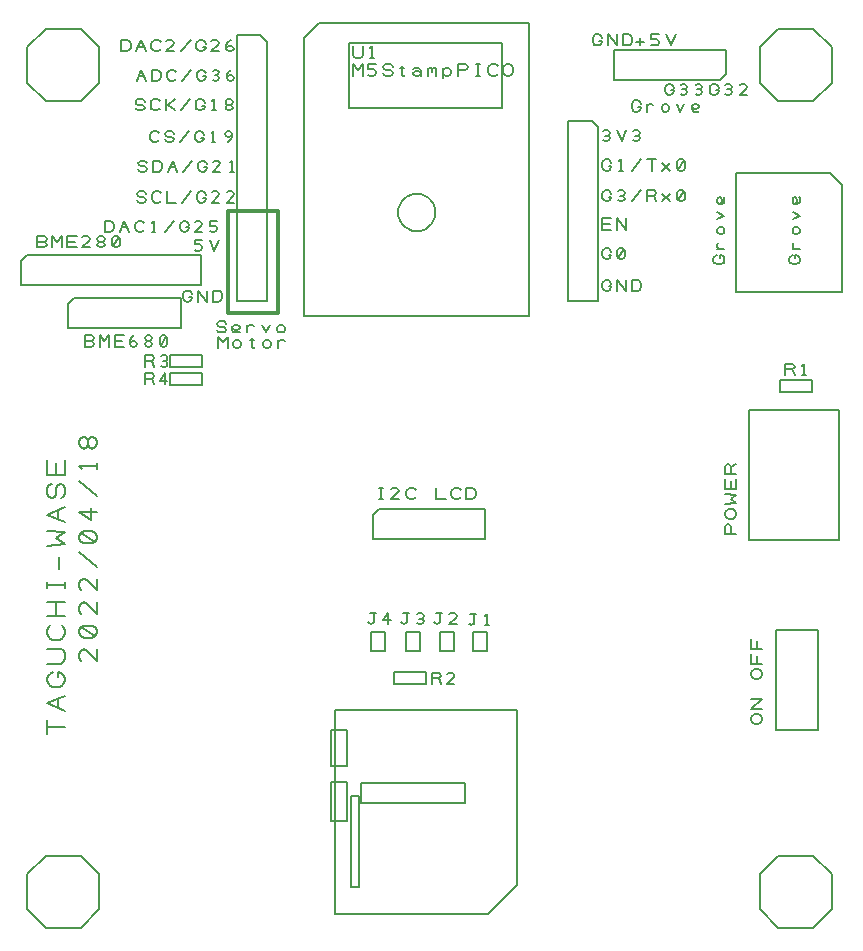
<source format=gbr>
G04 DesignSpark PCB Gerber Version 10.0 Build 5299*
%FSLAX35Y35*%
%MOMM*%
%ADD10C,0.12700*%
%ADD11C,0.30480*%
X0Y0D02*
D02*
D10*
X1039040Y6502240D02*
X2512240D01*
Y6248240D01*
X988240D01*
Y6451440D01*
X1039040Y6502240D01*
X1180800Y6616680D02*
X1196680Y6608740D01*
X1204620Y6592870D01*
X1196680Y6576990D01*
X1180800Y6569050D01*
X1125240D01*
Y6664300D01*
X1180800D01*
X1196680Y6656370D01*
X1204620Y6640490D01*
X1196680Y6624620D01*
X1180800Y6616680D01*
X1125240D01*
X1252240Y6569050D02*
Y6664300D01*
X1291930Y6616680D01*
X1331620Y6664300D01*
Y6569050D01*
X1379240D02*
Y6664300D01*
X1458620D01*
X1442740Y6616680D02*
X1379240D01*
Y6569050D02*
X1458620D01*
X1569740D02*
X1506240D01*
X1561800Y6624620D01*
X1569740Y6640490D01*
X1561800Y6656370D01*
X1545930Y6664300D01*
X1522120D01*
X1506240Y6656370D01*
X1657050Y6616680D02*
X1672930D01*
X1688800Y6624620D01*
X1696740Y6640490D01*
X1688800Y6656370D01*
X1672930Y6664300D01*
X1657050D01*
X1641180Y6656370D01*
X1633240Y6640490D01*
X1641180Y6624620D01*
X1657050Y6616680D01*
X1641180Y6608740D01*
X1633240Y6592870D01*
X1641180Y6576990D01*
X1657050Y6569050D01*
X1672930D01*
X1688800Y6576990D01*
X1696740Y6592870D01*
X1688800Y6608740D01*
X1672930Y6616680D01*
X1768180Y6576990D02*
X1784050Y6569050D01*
X1799930D01*
X1815800Y6576990D01*
X1823740Y6592870D01*
Y6640490D01*
X1815800Y6656370D01*
X1799930Y6664300D01*
X1784050D01*
X1768180Y6656370D01*
X1760240Y6640490D01*
Y6592870D01*
X1768180Y6576990D01*
X1815800Y6656370D01*
X1195240Y1420240D02*
X1040240Y1265240D01*
Y965240D01*
X1195240Y810240D01*
X1495240D01*
X1650240Y965240D01*
Y1265240D01*
X1495240Y1420240D01*
X1195240D01*
Y8420240D02*
X1040240Y8265240D01*
Y7965240D01*
X1195240Y7810240D01*
X1495240D01*
X1650240Y7965240D01*
Y8265240D01*
X1495240Y8420240D01*
X1195240D01*
X1357740Y2507740D02*
X1207740D01*
Y2445240D02*
Y2570240D01*
X1357740Y2645240D02*
X1207740Y2707740D01*
X1357740Y2770240D01*
X1295240Y2670240D02*
Y2745240D01*
Y2932740D02*
Y2970240D01*
X1307740D01*
X1332740Y2957740D01*
X1345240Y2945240D01*
X1357740Y2920240D01*
Y2895240D01*
X1345240Y2870240D01*
X1332740Y2857740D01*
X1307740Y2845240D01*
X1257740D01*
X1232740Y2857740D01*
X1220240Y2870240D01*
X1207740Y2895240D01*
Y2920240D01*
X1220240Y2945240D01*
X1232740Y2957740D01*
X1257740Y2970240D01*
X1207740Y3045240D02*
X1320240D01*
X1345240Y3057740D01*
X1357740Y3082740D01*
Y3132740D01*
X1345240Y3157740D01*
X1320240Y3170240D01*
X1207740D01*
X1332740Y3370240D02*
X1345240Y3357740D01*
X1357740Y3332740D01*
Y3295240D01*
X1345240Y3270240D01*
X1332740Y3257740D01*
X1307740Y3245240D01*
X1257740D01*
X1232740Y3257740D01*
X1220240Y3270240D01*
X1207740Y3295240D01*
Y3332740D01*
X1220240Y3357740D01*
X1232740Y3370240D01*
X1357740Y3445240D02*
X1207740D01*
X1282740D02*
Y3570240D01*
X1357740D02*
X1207740D01*
X1357740Y3682740D02*
Y3732740D01*
Y3707740D02*
X1207740D01*
Y3682740D02*
Y3732740D01*
X1307740Y3845240D02*
Y3945240D01*
X1207740Y4045240D02*
X1357740Y4057740D01*
X1282740Y4107740D01*
X1357740Y4157740D01*
X1207740Y4170240D01*
X1357740Y4245240D02*
X1207740Y4307740D01*
X1357740Y4370240D01*
X1295240Y4270240D02*
Y4345240D01*
X1320240Y4445240D02*
X1345240Y4457740D01*
X1357740Y4482740D01*
Y4532740D01*
X1345240Y4557740D01*
X1320240Y4570240D01*
X1295240Y4557740D01*
X1282740Y4532740D01*
Y4482740D01*
X1270240Y4457740D01*
X1245240Y4445240D01*
X1220240Y4457740D01*
X1207740Y4482740D01*
Y4532740D01*
X1220240Y4557740D01*
X1245240Y4570240D01*
X1357740Y4645240D02*
X1207740D01*
Y4770240D01*
X1282740Y4745240D02*
Y4645240D01*
X1357740D02*
Y4770240D01*
X1437620Y6142240D02*
X2336140D01*
Y5888240D01*
X1386820D01*
Y6091440D01*
X1437620Y6142240D01*
X1580800Y5776680D02*
X1596680Y5768740D01*
X1604620Y5752870D01*
X1596680Y5736990D01*
X1580800Y5729050D01*
X1525240D01*
Y5824300D01*
X1580800D01*
X1596680Y5816370D01*
X1604620Y5800490D01*
X1596680Y5784620D01*
X1580800Y5776680D01*
X1525240D01*
X1652240Y5729050D02*
Y5824300D01*
X1691930Y5776680D01*
X1731620Y5824300D01*
Y5729050D01*
X1779240D02*
Y5824300D01*
X1858620D01*
X1842740Y5776680D02*
X1779240D01*
Y5729050D02*
X1858620D01*
X1906240Y5752870D02*
X1914180Y5768740D01*
X1930050Y5776680D01*
X1945930D01*
X1961800Y5768740D01*
X1969740Y5752870D01*
X1961800Y5736990D01*
X1945930Y5729050D01*
X1930050D01*
X1914180Y5736990D01*
X1906240Y5752870D01*
Y5776680D01*
X1914180Y5800490D01*
X1930050Y5816370D01*
X1945930Y5824300D01*
X2057050Y5776680D02*
X2072930D01*
X2088800Y5784620D01*
X2096740Y5800490D01*
X2088800Y5816370D01*
X2072930Y5824300D01*
X2057050D01*
X2041180Y5816370D01*
X2033240Y5800490D01*
X2041180Y5784620D01*
X2057050Y5776680D01*
X2041180Y5768740D01*
X2033240Y5752870D01*
X2041180Y5736990D01*
X2057050Y5729050D01*
X2072930D01*
X2088800Y5736990D01*
X2096740Y5752870D01*
X2088800Y5768740D01*
X2072930Y5776680D01*
X2168180Y5736990D02*
X2184050Y5729050D01*
X2199930D01*
X2215800Y5736990D01*
X2223740Y5752870D01*
Y5800490D01*
X2215800Y5816370D01*
X2199930Y5824300D01*
X2184050D01*
X2168180Y5816370D01*
X2160240Y5800490D01*
Y5752870D01*
X2168180Y5736990D01*
X2215800Y5816370D01*
X1627740Y3165240D02*
Y3065240D01*
X1540240Y3152740D01*
X1515240Y3165240D01*
X1490240Y3152740D01*
X1477740Y3127740D01*
Y3090240D01*
X1490240Y3065240D01*
X1615240Y3277740D02*
X1627740Y3302740D01*
Y3327740D01*
X1615240Y3352740D01*
X1590240Y3365240D01*
X1515240D01*
X1490240Y3352740D01*
X1477740Y3327740D01*
Y3302740D01*
X1490240Y3277740D01*
X1515240Y3265240D01*
X1590240D01*
X1615240Y3277740D01*
X1490240Y3352740D01*
X1627740Y3565240D02*
Y3465240D01*
X1540240Y3552740D01*
X1515240Y3565240D01*
X1490240Y3552740D01*
X1477740Y3527740D01*
Y3490240D01*
X1490240Y3465240D01*
X1627740Y3765240D02*
Y3665240D01*
X1540240Y3752740D01*
X1515240Y3765240D01*
X1490240Y3752740D01*
X1477740Y3727740D01*
Y3690240D01*
X1490240Y3665240D01*
X1627740Y3865240D02*
X1477740Y3990240D01*
X1615240Y4077740D02*
X1627740Y4102740D01*
Y4127740D01*
X1615240Y4152740D01*
X1590240Y4165240D01*
X1515240D01*
X1490240Y4152740D01*
X1477740Y4127740D01*
Y4102740D01*
X1490240Y4077740D01*
X1515240Y4065240D01*
X1590240D01*
X1615240Y4077740D01*
X1490240Y4152740D01*
X1627740Y4327740D02*
X1477740D01*
X1577740Y4265240D01*
Y4365240D01*
X1627740Y4465240D02*
X1477740Y4590240D01*
X1627740Y4690240D02*
Y4740240D01*
Y4715240D02*
X1477740D01*
X1502740Y4690240D01*
X1552740Y4902740D02*
Y4927740D01*
X1540240Y4952740D01*
X1515240Y4965240D01*
X1490240Y4952740D01*
X1477740Y4927740D01*
Y4902740D01*
X1490240Y4877740D01*
X1515240Y4865240D01*
X1540240Y4877740D01*
X1552740Y4902740D01*
X1565240Y4877740D01*
X1590240Y4865240D01*
X1615240Y4877740D01*
X1627740Y4902740D01*
Y4927740D01*
X1615240Y4952740D01*
X1590240Y4965240D01*
X1565240Y4952740D01*
X1552740Y4927740D01*
X1695240Y6699050D02*
Y6794300D01*
X1742870D01*
X1758740Y6786370D01*
X1766680Y6778430D01*
X1774620Y6762550D01*
Y6730800D01*
X1766680Y6714930D01*
X1758740Y6706990D01*
X1742870Y6699050D01*
X1695240D01*
X1822240D02*
X1861930Y6794300D01*
X1901620Y6699050D01*
X1838120Y6738740D02*
X1885740D01*
X2028620Y6714930D02*
X2020680Y6706990D01*
X2004800Y6699050D01*
X1980990D01*
X1965120Y6706990D01*
X1957180Y6714930D01*
X1949240Y6730800D01*
Y6762550D01*
X1957180Y6778430D01*
X1965120Y6786370D01*
X1980990Y6794300D01*
X2004800D01*
X2020680Y6786370D01*
X2028620Y6778430D01*
X2092120Y6699050D02*
X2123870D01*
X2107990D02*
Y6794300D01*
X2092120Y6778430D01*
X2203240Y6699050D02*
X2282620Y6794300D01*
X2385800Y6738740D02*
X2409620D01*
Y6730800D01*
X2401680Y6714930D01*
X2393740Y6706990D01*
X2377870Y6699050D01*
X2361990D01*
X2346120Y6706990D01*
X2338180Y6714930D01*
X2330240Y6730800D01*
Y6762550D01*
X2338180Y6778430D01*
X2346120Y6786370D01*
X2361990Y6794300D01*
X2377870D01*
X2393740Y6786370D01*
X2401680Y6778430D01*
X2409620Y6762550D01*
X2520740Y6699050D02*
X2457240D01*
X2512800Y6754620D01*
X2520740Y6770490D01*
X2512800Y6786370D01*
X2496930Y6794300D01*
X2473120D01*
X2457240Y6786370D01*
X2584240Y6706990D02*
X2600120Y6699050D01*
X2623930D01*
X2639800Y6706990D01*
X2647740Y6722870D01*
Y6730800D01*
X2639800Y6746680D01*
X2623930Y6754620D01*
X2584240D01*
Y6794300D01*
X2647740D01*
X1835240Y8229050D02*
Y8324300D01*
X1882870D01*
X1898740Y8316370D01*
X1906680Y8308430D01*
X1914620Y8292550D01*
Y8260800D01*
X1906680Y8244930D01*
X1898740Y8236990D01*
X1882870Y8229050D01*
X1835240D01*
X1962240D02*
X2001930Y8324300D01*
X2041620Y8229050D01*
X1978120Y8268740D02*
X2025740D01*
X2168620Y8244930D02*
X2160680Y8236990D01*
X2144800Y8229050D01*
X2120990D01*
X2105120Y8236990D01*
X2097180Y8244930D01*
X2089240Y8260800D01*
Y8292550D01*
X2097180Y8308430D01*
X2105120Y8316370D01*
X2120990Y8324300D01*
X2144800D01*
X2160680Y8316370D01*
X2168620Y8308430D01*
X2279740Y8229050D02*
X2216240D01*
X2271800Y8284620D01*
X2279740Y8300490D01*
X2271800Y8316370D01*
X2255930Y8324300D01*
X2232120D01*
X2216240Y8316370D01*
X2343240Y8229050D02*
X2422620Y8324300D01*
X2525800Y8268740D02*
X2549620D01*
Y8260800D01*
X2541680Y8244930D01*
X2533740Y8236990D01*
X2517870Y8229050D01*
X2501990D01*
X2486120Y8236990D01*
X2478180Y8244930D01*
X2470240Y8260800D01*
Y8292550D01*
X2478180Y8308430D01*
X2486120Y8316370D01*
X2501990Y8324300D01*
X2517870D01*
X2533740Y8316370D01*
X2541680Y8308430D01*
X2549620Y8292550D01*
X2660740Y8229050D02*
X2597240D01*
X2652800Y8284620D01*
X2660740Y8300490D01*
X2652800Y8316370D01*
X2636930Y8324300D01*
X2613120D01*
X2597240Y8316370D01*
X2724240Y8252870D02*
X2732180Y8268740D01*
X2748050Y8276680D01*
X2763930D01*
X2779800Y8268740D01*
X2787740Y8252870D01*
X2779800Y8236990D01*
X2763930Y8229050D01*
X2748050D01*
X2732180Y8236990D01*
X2724240Y8252870D01*
Y8276680D01*
X2732180Y8300490D01*
X2748050Y8316370D01*
X2763930Y8324300D01*
X1955240Y7752870D02*
X1963180Y7736990D01*
X1979050Y7729050D01*
X2010800D01*
X2026680Y7736990D01*
X2034620Y7752870D01*
X2026680Y7768740D01*
X2010800Y7776680D01*
X1979050D01*
X1963180Y7784620D01*
X1955240Y7800490D01*
X1963180Y7816370D01*
X1979050Y7824300D01*
X2010800D01*
X2026680Y7816370D01*
X2034620Y7800490D01*
X2161620Y7744930D02*
X2153680Y7736990D01*
X2137800Y7729050D01*
X2113990D01*
X2098120Y7736990D01*
X2090180Y7744930D01*
X2082240Y7760800D01*
Y7792550D01*
X2090180Y7808430D01*
X2098120Y7816370D01*
X2113990Y7824300D01*
X2137800D01*
X2153680Y7816370D01*
X2161620Y7808430D01*
X2209240Y7729050D02*
Y7824300D01*
Y7776680D02*
X2233050D01*
X2288620Y7824300D01*
X2233050Y7776680D02*
X2288620Y7729050D01*
X2336240D02*
X2415620Y7824300D01*
X2518800Y7768740D02*
X2542620D01*
Y7760800D01*
X2534680Y7744930D01*
X2526740Y7736990D01*
X2510870Y7729050D01*
X2494990D01*
X2479120Y7736990D01*
X2471180Y7744930D01*
X2463240Y7760800D01*
Y7792550D01*
X2471180Y7808430D01*
X2479120Y7816370D01*
X2494990Y7824300D01*
X2510870D01*
X2526740Y7816370D01*
X2534680Y7808430D01*
X2542620Y7792550D01*
X2606120Y7729050D02*
X2637870D01*
X2621990D02*
Y7824300D01*
X2606120Y7808430D01*
X2741050Y7776680D02*
X2756930D01*
X2772800Y7784620D01*
X2780740Y7800490D01*
X2772800Y7816370D01*
X2756930Y7824300D01*
X2741050D01*
X2725180Y7816370D01*
X2717240Y7800490D01*
X2725180Y7784620D01*
X2741050Y7776680D01*
X2725180Y7768740D01*
X2717240Y7752870D01*
X2725180Y7736990D01*
X2741050Y7729050D01*
X2756930D01*
X2772800Y7736990D01*
X2780740Y7752870D01*
X2772800Y7768740D01*
X2756930Y7776680D01*
X1965240Y6972870D02*
X1973180Y6956990D01*
X1989050Y6949050D01*
X2020800D01*
X2036680Y6956990D01*
X2044620Y6972870D01*
X2036680Y6988740D01*
X2020800Y6996680D01*
X1989050D01*
X1973180Y7004620D01*
X1965240Y7020490D01*
X1973180Y7036370D01*
X1989050Y7044300D01*
X2020800D01*
X2036680Y7036370D01*
X2044620Y7020490D01*
X2171620Y6964930D02*
X2163680Y6956990D01*
X2147800Y6949050D01*
X2123990D01*
X2108120Y6956990D01*
X2100180Y6964930D01*
X2092240Y6980800D01*
Y7012550D01*
X2100180Y7028430D01*
X2108120Y7036370D01*
X2123990Y7044300D01*
X2147800D01*
X2163680Y7036370D01*
X2171620Y7028430D01*
X2219240Y7044300D02*
Y6949050D01*
X2298620D01*
X2346240D02*
X2425620Y7044300D01*
X2528800Y6988740D02*
X2552620D01*
Y6980800D01*
X2544680Y6964930D01*
X2536740Y6956990D01*
X2520870Y6949050D01*
X2504990D01*
X2489120Y6956990D01*
X2481180Y6964930D01*
X2473240Y6980800D01*
Y7012550D01*
X2481180Y7028430D01*
X2489120Y7036370D01*
X2504990Y7044300D01*
X2520870D01*
X2536740Y7036370D01*
X2544680Y7028430D01*
X2552620Y7012550D01*
X2663740Y6949050D02*
X2600240D01*
X2655800Y7004620D01*
X2663740Y7020490D01*
X2655800Y7036370D01*
X2639930Y7044300D01*
X2616120D01*
X2600240Y7036370D01*
X2790740Y6949050D02*
X2727240D01*
X2782800Y7004620D01*
X2790740Y7020490D01*
X2782800Y7036370D01*
X2766930Y7044300D01*
X2743120D01*
X2727240Y7036370D01*
X1965240Y7979050D02*
X2004930Y8074300D01*
X2044620Y7979050D01*
X1981120Y8018740D02*
X2028740D01*
X2092240Y7979050D02*
Y8074300D01*
X2139870D01*
X2155740Y8066370D01*
X2163680Y8058430D01*
X2171620Y8042550D01*
Y8010800D01*
X2163680Y7994930D01*
X2155740Y7986990D01*
X2139870Y7979050D01*
X2092240D01*
X2298620Y7994930D02*
X2290680Y7986990D01*
X2274800Y7979050D01*
X2250990D01*
X2235120Y7986990D01*
X2227180Y7994930D01*
X2219240Y8010800D01*
Y8042550D01*
X2227180Y8058430D01*
X2235120Y8066370D01*
X2250990Y8074300D01*
X2274800D01*
X2290680Y8066370D01*
X2298620Y8058430D01*
X2346240Y7979050D02*
X2425620Y8074300D01*
X2528800Y8018740D02*
X2552620D01*
Y8010800D01*
X2544680Y7994930D01*
X2536740Y7986990D01*
X2520870Y7979050D01*
X2504990D01*
X2489120Y7986990D01*
X2481180Y7994930D01*
X2473240Y8010800D01*
Y8042550D01*
X2481180Y8058430D01*
X2489120Y8066370D01*
X2504990Y8074300D01*
X2520870D01*
X2536740Y8066370D01*
X2544680Y8058430D01*
X2552620Y8042550D01*
X2608180Y7986990D02*
X2624050Y7979050D01*
X2639930D01*
X2655800Y7986990D01*
X2663740Y8002870D01*
X2655800Y8018740D01*
X2639930Y8026680D01*
X2624050D01*
X2639930D02*
X2655800Y8034620D01*
X2663740Y8050490D01*
X2655800Y8066370D01*
X2639930Y8074300D01*
X2624050D01*
X2608180Y8066370D01*
X2727240Y8002870D02*
X2735180Y8018740D01*
X2751050Y8026680D01*
X2766930D01*
X2782800Y8018740D01*
X2790740Y8002870D01*
X2782800Y7986990D01*
X2766930Y7979050D01*
X2751050D01*
X2735180Y7986990D01*
X2727240Y8002870D01*
Y8026680D01*
X2735180Y8050490D01*
X2751050Y8066370D01*
X2766930Y8074300D01*
X1975240Y7232870D02*
X1983180Y7216990D01*
X1999050Y7209050D01*
X2030800D01*
X2046680Y7216990D01*
X2054620Y7232870D01*
X2046680Y7248740D01*
X2030800Y7256680D01*
X1999050D01*
X1983180Y7264620D01*
X1975240Y7280490D01*
X1983180Y7296370D01*
X1999050Y7304300D01*
X2030800D01*
X2046680Y7296370D01*
X2054620Y7280490D01*
X2102240Y7209050D02*
Y7304300D01*
X2149870D01*
X2165740Y7296370D01*
X2173680Y7288430D01*
X2181620Y7272550D01*
Y7240800D01*
X2173680Y7224930D01*
X2165740Y7216990D01*
X2149870Y7209050D01*
X2102240D01*
X2229240D02*
X2268930Y7304300D01*
X2308620Y7209050D01*
X2245120Y7248740D02*
X2292740D01*
X2356240Y7209050D02*
X2435620Y7304300D01*
X2538800Y7248740D02*
X2562620D01*
Y7240800D01*
X2554680Y7224930D01*
X2546740Y7216990D01*
X2530870Y7209050D01*
X2514990D01*
X2499120Y7216990D01*
X2491180Y7224930D01*
X2483240Y7240800D01*
Y7272550D01*
X2491180Y7288430D01*
X2499120Y7296370D01*
X2514990Y7304300D01*
X2530870D01*
X2546740Y7296370D01*
X2554680Y7288430D01*
X2562620Y7272550D01*
X2673740Y7209050D02*
X2610240D01*
X2665800Y7264620D01*
X2673740Y7280490D01*
X2665800Y7296370D01*
X2649930Y7304300D01*
X2626120D01*
X2610240Y7296370D01*
X2753120Y7209050D02*
X2784870D01*
X2768990D02*
Y7304300D01*
X2753120Y7288430D01*
X2035240Y5409050D02*
Y5504300D01*
X2090800D01*
X2106680Y5496370D01*
X2114620Y5480490D01*
X2106680Y5464620D01*
X2090800Y5456680D01*
X2035240D01*
X2090800D02*
X2114620Y5409050D01*
X2201930D02*
Y5504300D01*
X2162240Y5440800D01*
X2225740D01*
X2035240Y5559050D02*
Y5654300D01*
X2090800D01*
X2106680Y5646370D01*
X2114620Y5630490D01*
X2106680Y5614620D01*
X2090800Y5606680D01*
X2035240D01*
X2090800D02*
X2114620Y5559050D01*
X2170180Y5566990D02*
X2186050Y5559050D01*
X2201930D01*
X2217800Y5566990D01*
X2225740Y5582870D01*
X2217800Y5598740D01*
X2201930Y5606680D01*
X2186050D01*
X2201930D02*
X2217800Y5614620D01*
X2225740Y5630490D01*
X2217800Y5646370D01*
X2201930Y5654300D01*
X2186050D01*
X2170180Y5646370D01*
X2154620Y7474930D02*
X2146680Y7466990D01*
X2130800Y7459050D01*
X2106990D01*
X2091120Y7466990D01*
X2083180Y7474930D01*
X2075240Y7490800D01*
Y7522550D01*
X2083180Y7538430D01*
X2091120Y7546370D01*
X2106990Y7554300D01*
X2130800D01*
X2146680Y7546370D01*
X2154620Y7538430D01*
X2202240Y7482870D02*
X2210180Y7466990D01*
X2226050Y7459050D01*
X2257800D01*
X2273680Y7466990D01*
X2281620Y7482870D01*
X2273680Y7498740D01*
X2257800Y7506680D01*
X2226050D01*
X2210180Y7514620D01*
X2202240Y7530490D01*
X2210180Y7546370D01*
X2226050Y7554300D01*
X2257800D01*
X2273680Y7546370D01*
X2281620Y7530490D01*
X2329240Y7459050D02*
X2408620Y7554300D01*
X2511800Y7498740D02*
X2535620D01*
Y7490800D01*
X2527680Y7474930D01*
X2519740Y7466990D01*
X2503870Y7459050D01*
X2487990D01*
X2472120Y7466990D01*
X2464180Y7474930D01*
X2456240Y7490800D01*
Y7522550D01*
X2464180Y7538430D01*
X2472120Y7546370D01*
X2487990Y7554300D01*
X2503870D01*
X2519740Y7546370D01*
X2527680Y7538430D01*
X2535620Y7522550D01*
X2599120Y7459050D02*
X2630870D01*
X2614990D02*
Y7554300D01*
X2599120Y7538430D01*
X2734050Y7459050D02*
X2749930Y7466990D01*
X2765800Y7482870D01*
X2773740Y7506680D01*
Y7530490D01*
X2765800Y7546370D01*
X2749930Y7554300D01*
X2734050D01*
X2718180Y7546370D01*
X2710240Y7530490D01*
X2718180Y7514620D01*
X2734050Y7506680D01*
X2749930D01*
X2765800Y7514620D01*
X2773740Y7530490D01*
X2410800Y6148740D02*
X2434620D01*
Y6140800D01*
X2426680Y6124930D01*
X2418740Y6116990D01*
X2402870Y6109050D01*
X2386990D01*
X2371120Y6116990D01*
X2363180Y6124930D01*
X2355240Y6140800D01*
Y6172550D01*
X2363180Y6188430D01*
X2371120Y6196370D01*
X2386990Y6204300D01*
X2402870D01*
X2418740Y6196370D01*
X2426680Y6188430D01*
X2434620Y6172550D01*
X2482240Y6109050D02*
Y6204300D01*
X2561620Y6109050D01*
Y6204300D01*
X2609240Y6109050D02*
Y6204300D01*
X2656870D01*
X2672740Y6196370D01*
X2680680Y6188430D01*
X2688620Y6172550D01*
Y6140800D01*
X2680680Y6124930D01*
X2672740Y6116990D01*
X2656870Y6109050D01*
X2609240D01*
X2455240Y6546990D02*
X2471120Y6539050D01*
X2494930D01*
X2510800Y6546990D01*
X2518740Y6562870D01*
Y6570800D01*
X2510800Y6586680D01*
X2494930Y6594620D01*
X2455240D01*
Y6634300D01*
X2518740D01*
X2582240D02*
X2621930Y6539050D01*
X2661620Y6634300D01*
X2516040Y5506040D02*
X2249340D01*
Y5404440D01*
X2516040D01*
Y5506040D01*
Y5656040D02*
X2249340D01*
Y5554440D01*
X2516040D01*
Y5656040D01*
X2645240Y5872870D02*
X2653180Y5856990D01*
X2669050Y5849050D01*
X2700800D01*
X2716680Y5856990D01*
X2724620Y5872870D01*
X2716680Y5888740D01*
X2700800Y5896680D01*
X2669050D01*
X2653180Y5904620D01*
X2645240Y5920490D01*
X2653180Y5936370D01*
X2669050Y5944300D01*
X2700800D01*
X2716680Y5936370D01*
X2724620Y5920490D01*
X2835740Y5856990D02*
X2827800Y5849050D01*
X2811930D01*
X2796050D01*
X2780180Y5856990D01*
X2772240Y5872870D01*
Y5896680D01*
X2780180Y5904620D01*
X2796050Y5912550D01*
X2811930D01*
X2827800Y5904620D01*
X2835740Y5896680D01*
Y5888740D01*
X2827800Y5880800D01*
X2811930Y5872870D01*
X2796050D01*
X2780180Y5880800D01*
X2772240Y5888740D01*
X2899240Y5849050D02*
Y5912550D01*
Y5888740D02*
X2907180Y5904620D01*
X2923050Y5912550D01*
X2938930D01*
X2954800Y5904620D01*
X3026240Y5912550D02*
X3057990Y5849050D01*
X3089740Y5912550D01*
X3153240Y5872870D02*
X3161180Y5856990D01*
X3177050Y5849050D01*
X3192930D01*
X3208800Y5856990D01*
X3216740Y5872870D01*
Y5888740D01*
X3208800Y5904620D01*
X3192930Y5912550D01*
X3177050D01*
X3161180Y5904620D01*
X3153240Y5888740D01*
Y5872870D01*
X2655240Y5719050D02*
Y5814300D01*
X2694930Y5766680D01*
X2734620Y5814300D01*
Y5719050D01*
X2782240Y5742870D02*
X2790180Y5726990D01*
X2806050Y5719050D01*
X2821930D01*
X2837800Y5726990D01*
X2845740Y5742870D01*
Y5758740D01*
X2837800Y5774620D01*
X2821930Y5782550D01*
X2806050D01*
X2790180Y5774620D01*
X2782240Y5758740D01*
Y5742870D01*
X2922470Y5782550D02*
X2959510D01*
X2940990Y5798430D02*
Y5726990D01*
X2948930Y5719050D01*
X2956870D01*
X2964800Y5726990D01*
X3036240Y5742870D02*
X3044180Y5726990D01*
X3060050Y5719050D01*
X3075930D01*
X3091800Y5726990D01*
X3099740Y5742870D01*
Y5758740D01*
X3091800Y5774620D01*
X3075930Y5782550D01*
X3060050D01*
X3044180Y5774620D01*
X3036240Y5758740D01*
Y5742870D01*
X3163240Y5719050D02*
Y5782550D01*
Y5758740D02*
X3171180Y5774620D01*
X3187050Y5782550D01*
X3202930D01*
X3218800Y5774620D01*
X3072240Y8306990D02*
Y6116240D01*
X2818240D01*
Y8370490D01*
X3008740D01*
X3072240Y8306990D01*
X3745240Y2045240D02*
Y1710240D01*
X3610240D01*
Y2045240D01*
X3745240D01*
Y2480240D02*
Y2180240D01*
X3610240D01*
Y2480240D01*
X3745240D01*
X3799240Y8272300D02*
Y8200870D01*
X3807180Y8184990D01*
X3823050Y8177050D01*
X3854800D01*
X3870680Y8184990D01*
X3878620Y8200870D01*
Y8272300D01*
X3942120Y8177050D02*
X3973870D01*
X3957990D02*
Y8272300D01*
X3942120Y8256430D01*
X3799240Y8024650D02*
Y8119900D01*
X3838930Y8072280D01*
X3878620Y8119900D01*
Y8024650D01*
X3926240Y8032590D02*
X3942120Y8024650D01*
X3965930D01*
X3981800Y8032590D01*
X3989740Y8048470D01*
Y8056400D01*
X3981800Y8072280D01*
X3965930Y8080220D01*
X3926240D01*
Y8119900D01*
X3989740D01*
X4053240Y8048470D02*
X4061180Y8032590D01*
X4077050Y8024650D01*
X4108800D01*
X4124680Y8032590D01*
X4132620Y8048470D01*
X4124680Y8064340D01*
X4108800Y8072280D01*
X4077050D01*
X4061180Y8080220D01*
X4053240Y8096090D01*
X4061180Y8111970D01*
X4077050Y8119900D01*
X4108800D01*
X4124680Y8111970D01*
X4132620Y8096090D01*
X4193470Y8088150D02*
X4230510D01*
X4211990Y8104030D02*
Y8032590D01*
X4219930Y8024650D01*
X4227870D01*
X4235800Y8032590D01*
X4307240Y8080220D02*
X4323120Y8088150D01*
X4346930D01*
X4362800Y8080220D01*
X4370740Y8064340D01*
Y8040530D01*
X4362800Y8032590D01*
X4346930Y8024650D01*
X4331050D01*
X4315180Y8032590D01*
X4307240Y8040530D01*
Y8048470D01*
X4315180Y8056400D01*
X4331050Y8064340D01*
X4346930D01*
X4362800Y8056400D01*
X4370740Y8048470D01*
Y8040530D02*
Y8024650D01*
X4434240D02*
Y8088150D01*
Y8080220D02*
X4442180Y8088150D01*
X4458050D01*
X4465990Y8080220D01*
Y8056400D01*
Y8080220D02*
X4473930Y8088150D01*
X4489800D01*
X4497740Y8080220D01*
Y8024650D01*
X4561240Y8088150D02*
Y8000840D01*
Y8048470D02*
X4569180Y8032590D01*
X4585050Y8024650D01*
X4600930D01*
X4616800Y8032590D01*
X4624740Y8048470D01*
Y8064340D01*
X4616800Y8080220D01*
X4600930Y8088150D01*
X4585050D01*
X4569180Y8080220D01*
X4561240Y8064340D01*
Y8048470D01*
X4688240Y8024650D02*
Y8119900D01*
X4743800D01*
X4759680Y8111970D01*
X4767620Y8096090D01*
X4759680Y8080220D01*
X4743800Y8072280D01*
X4688240D01*
X4839050Y8024650D02*
X4870800D01*
X4854930D02*
Y8119900D01*
X4839050D02*
X4870800D01*
X5021620Y8040530D02*
X5013680Y8032590D01*
X4997800Y8024650D01*
X4973990D01*
X4958120Y8032590D01*
X4950180Y8040530D01*
X4942240Y8056400D01*
Y8088150D01*
X4950180Y8104030D01*
X4958120Y8111970D01*
X4973990Y8119900D01*
X4997800D01*
X5013680Y8111970D01*
X5021620Y8104030D01*
X5069240Y8056400D02*
Y8088150D01*
X5077180Y8104030D01*
X5085120Y8111970D01*
X5100990Y8119900D01*
X5116870D01*
X5132740Y8111970D01*
X5140680Y8104030D01*
X5148620Y8088150D01*
Y8056400D01*
X5140680Y8040530D01*
X5132740Y8032590D01*
X5116870Y8024650D01*
X5100990D01*
X5085120Y8032590D01*
X5077180Y8040530D01*
X5069240Y8056400D01*
X3850240Y1925240D02*
Y1150240D01*
X3780240D01*
Y1925240D01*
X3850240D01*
X3925240Y3394930D02*
X3933180Y3386990D01*
X3949050Y3379050D01*
X3964930Y3386990D01*
X3972870Y3394930D01*
Y3474300D01*
X3988740D01*
X3972870D02*
X3941120D01*
X4091930Y3379050D02*
Y3474300D01*
X4052240Y3410800D01*
X4115740D01*
X4019050Y4439050D02*
X4050800D01*
X4034930D02*
Y4534300D01*
X4019050D02*
X4050800D01*
X4185740Y4439050D02*
X4122240D01*
X4177800Y4494620D01*
X4185740Y4510490D01*
X4177800Y4526370D01*
X4161930Y4534300D01*
X4138120D01*
X4122240Y4526370D01*
X4328620Y4454930D02*
X4320680Y4446990D01*
X4304800Y4439050D01*
X4280990D01*
X4265120Y4446990D01*
X4257180Y4454930D01*
X4249240Y4470800D01*
Y4502550D01*
X4257180Y4518430D01*
X4265120Y4526370D01*
X4280990Y4534300D01*
X4304800D01*
X4320680Y4526370D01*
X4328620Y4518430D01*
X4503240Y4534300D02*
Y4439050D01*
X4582620D01*
X4709620Y4454930D02*
X4701680Y4446990D01*
X4685800Y4439050D01*
X4661990D01*
X4646120Y4446990D01*
X4638180Y4454930D01*
X4630240Y4470800D01*
Y4502550D01*
X4638180Y4518430D01*
X4646120Y4526370D01*
X4661990Y4534300D01*
X4685800D01*
X4701680Y4526370D01*
X4709620Y4518430D01*
X4757240Y4439050D02*
Y4534300D01*
X4804870D01*
X4820740Y4526370D01*
X4828680Y4518430D01*
X4836620Y4502550D01*
Y4470800D01*
X4828680Y4454930D01*
X4820740Y4446990D01*
X4804870Y4439050D01*
X4757240D01*
X4017620Y4352240D02*
X4916140D01*
Y4098240D01*
X3966820D01*
Y4301440D01*
X4017620Y4352240D01*
X4065240Y3150240D02*
Y3315240D01*
X3945240D01*
Y3150240D01*
X4065240D01*
X4144440Y2874440D02*
X4411140D01*
Y2976040D01*
X4144440D01*
Y2874440D01*
X4205240Y3394930D02*
X4213180Y3386990D01*
X4229050Y3379050D01*
X4244930Y3386990D01*
X4252870Y3394930D01*
Y3474300D01*
X4268740D01*
X4252870D02*
X4221120D01*
X4340180Y3386990D02*
X4356050Y3379050D01*
X4371930D01*
X4387800Y3386990D01*
X4395740Y3402870D01*
X4387800Y3418740D01*
X4371930Y3426680D01*
X4356050D01*
X4371930D02*
X4387800Y3434620D01*
X4395740Y3450490D01*
X4387800Y3466370D01*
X4371930Y3474300D01*
X4356050D01*
X4340180Y3466370D01*
X4210240Y6960790D02*
G75*
G03*
X4464240Y6770290I127000J-95250D01*
G01*
G75*
G03*
X4210240Y6960790I-127000J95250D01*
G01*
X4365240Y3150240D02*
Y3315240D01*
X4245240D01*
Y3150240D01*
X4365240D01*
X4465240Y2872850D02*
Y2968100D01*
X4520800D01*
X4536680Y2960170D01*
X4544620Y2944290D01*
X4536680Y2928420D01*
X4520800Y2920480D01*
X4465240D01*
X4520800D02*
X4544620Y2872850D01*
X4655740D02*
X4592240D01*
X4647800Y2928420D01*
X4655740Y2944290D01*
X4647800Y2960170D01*
X4631930Y2968100D01*
X4608120D01*
X4592240Y2960170D01*
X4485240Y3394930D02*
X4493180Y3386990D01*
X4509050Y3379050D01*
X4524930Y3386990D01*
X4532870Y3394930D01*
Y3474300D01*
X4548740D01*
X4532870D02*
X4501120D01*
X4675740Y3379050D02*
X4612240D01*
X4667800Y3434620D01*
X4675740Y3450490D01*
X4667800Y3466370D01*
X4651930Y3474300D01*
X4628120D01*
X4612240Y3466370D01*
X4655240Y3150240D02*
Y3315240D01*
X4535240D01*
Y3150240D01*
X4655240D01*
X4745240Y2035240D02*
Y1865240D01*
X3860240D01*
Y2035240D01*
X4745240D01*
X4775240Y3384930D02*
X4783180Y3376990D01*
X4799050Y3369050D01*
X4814930Y3376990D01*
X4822870Y3384930D01*
Y3464300D01*
X4838740D01*
X4822870D02*
X4791120D01*
X4918120Y3369050D02*
X4949870D01*
X4933990D02*
Y3464300D01*
X4918120Y3448430D01*
X4935240Y3150240D02*
Y3315240D01*
X4815240D01*
Y3150240D01*
X4935240D01*
X5059240Y8303240D02*
Y7753240D01*
X3759240D01*
Y8303240D01*
X5059240D01*
X5185240Y2650240D02*
Y1170240D01*
X4940240Y925240D01*
X3640240D01*
Y2650240D01*
X5185240D01*
X5289740Y8465740D02*
Y5989240D01*
X3384740D01*
Y8338740D01*
X3511740Y8465740D01*
X5289740D01*
X5880800Y8318740D02*
X5904620D01*
Y8310800D01*
X5896680Y8294930D01*
X5888740Y8286990D01*
X5872870Y8279050D01*
X5856990D01*
X5841120Y8286990D01*
X5833180Y8294930D01*
X5825240Y8310800D01*
Y8342550D01*
X5833180Y8358430D01*
X5841120Y8366370D01*
X5856990Y8374300D01*
X5872870D01*
X5888740Y8366370D01*
X5896680Y8358430D01*
X5904620Y8342550D01*
X5952240Y8279050D02*
Y8374300D01*
X6031620Y8279050D01*
Y8374300D01*
X6079240Y8279050D02*
Y8374300D01*
X6126870D01*
X6142740Y8366370D01*
X6150680Y8358430D01*
X6158620Y8342550D01*
Y8310800D01*
X6150680Y8294930D01*
X6142740Y8286990D01*
X6126870Y8279050D01*
X6079240D01*
X5872240Y7591440D02*
Y6118240D01*
X5618240D01*
Y7642240D01*
X5821440D01*
X5872240Y7591440D01*
X5960800Y6238740D02*
X5984620D01*
Y6230800D01*
X5976680Y6214930D01*
X5968740Y6206990D01*
X5952870Y6199050D01*
X5936990D01*
X5921120Y6206990D01*
X5913180Y6214930D01*
X5905240Y6230800D01*
Y6262550D01*
X5913180Y6278430D01*
X5921120Y6286370D01*
X5936990Y6294300D01*
X5952870D01*
X5968740Y6286370D01*
X5976680Y6278430D01*
X5984620Y6262550D01*
X6032240Y6199050D02*
Y6294300D01*
X6111620Y6199050D01*
Y6294300D01*
X6159240Y6199050D02*
Y6294300D01*
X6206870D01*
X6222740Y6286370D01*
X6230680Y6278430D01*
X6238620Y6262550D01*
Y6230800D01*
X6230680Y6214930D01*
X6222740Y6206990D01*
X6206870Y6199050D01*
X6159240D01*
X5960800Y6508740D02*
X5984620D01*
Y6500800D01*
X5976680Y6484930D01*
X5968740Y6476990D01*
X5952870Y6469050D01*
X5936990D01*
X5921120Y6476990D01*
X5913180Y6484930D01*
X5905240Y6500800D01*
Y6532550D01*
X5913180Y6548430D01*
X5921120Y6556370D01*
X5936990Y6564300D01*
X5952870D01*
X5968740Y6556370D01*
X5976680Y6548430D01*
X5984620Y6532550D01*
X6040180Y6476990D02*
X6056050Y6469050D01*
X6071930D01*
X6087800Y6476990D01*
X6095740Y6492870D01*
Y6540490D01*
X6087800Y6556370D01*
X6071930Y6564300D01*
X6056050D01*
X6040180Y6556370D01*
X6032240Y6540490D01*
Y6492870D01*
X6040180Y6476990D01*
X6087800Y6556370D01*
X5905240Y6719050D02*
Y6814300D01*
X5984620D01*
X5968740Y6766680D02*
X5905240D01*
Y6719050D02*
X5984620D01*
X6032240D02*
Y6814300D01*
X6111620Y6719050D01*
Y6814300D01*
X5960800Y6998740D02*
X5984620D01*
Y6990800D01*
X5976680Y6974930D01*
X5968740Y6966990D01*
X5952870Y6959050D01*
X5936990D01*
X5921120Y6966990D01*
X5913180Y6974930D01*
X5905240Y6990800D01*
Y7022550D01*
X5913180Y7038430D01*
X5921120Y7046370D01*
X5936990Y7054300D01*
X5952870D01*
X5968740Y7046370D01*
X5976680Y7038430D01*
X5984620Y7022550D01*
X6040180Y6966990D02*
X6056050Y6959050D01*
X6071930D01*
X6087800Y6966990D01*
X6095740Y6982870D01*
X6087800Y6998740D01*
X6071930Y7006680D01*
X6056050D01*
X6071930D02*
X6087800Y7014620D01*
X6095740Y7030490D01*
X6087800Y7046370D01*
X6071930Y7054300D01*
X6056050D01*
X6040180Y7046370D01*
X6159240Y6959050D02*
X6238620Y7054300D01*
X6286240Y6959050D02*
Y7054300D01*
X6341800D01*
X6357680Y7046370D01*
X6365620Y7030490D01*
X6357680Y7014620D01*
X6341800Y7006680D01*
X6286240D01*
X6341800D02*
X6365620Y6959050D01*
X6413240D02*
X6476740Y7022550D01*
Y6959050D02*
X6413240Y7022550D01*
X6548180Y6966990D02*
X6564050Y6959050D01*
X6579930D01*
X6595800Y6966990D01*
X6603740Y6982870D01*
Y7030490D01*
X6595800Y7046370D01*
X6579930Y7054300D01*
X6564050D01*
X6548180Y7046370D01*
X6540240Y7030490D01*
Y6982870D01*
X6548180Y6966990D01*
X6595800Y7046370D01*
X5960800Y7258740D02*
X5984620D01*
Y7250800D01*
X5976680Y7234930D01*
X5968740Y7226990D01*
X5952870Y7219050D01*
X5936990D01*
X5921120Y7226990D01*
X5913180Y7234930D01*
X5905240Y7250800D01*
Y7282550D01*
X5913180Y7298430D01*
X5921120Y7306370D01*
X5936990Y7314300D01*
X5952870D01*
X5968740Y7306370D01*
X5976680Y7298430D01*
X5984620Y7282550D01*
X6048120Y7219050D02*
X6079870D01*
X6063990D02*
Y7314300D01*
X6048120Y7298430D01*
X6159240Y7219050D02*
X6238620Y7314300D01*
X6325930Y7219050D02*
Y7314300D01*
X6286240D02*
X6365620D01*
X6413240Y7219050D02*
X6476740Y7282550D01*
Y7219050D02*
X6413240Y7282550D01*
X6548180Y7226990D02*
X6564050Y7219050D01*
X6579930D01*
X6595800Y7226990D01*
X6603740Y7242870D01*
Y7290490D01*
X6595800Y7306370D01*
X6579930Y7314300D01*
X6564050D01*
X6548180Y7306370D01*
X6540240Y7290490D01*
Y7242870D01*
X6548180Y7226990D01*
X6595800Y7306370D01*
X5913180Y7476990D02*
X5929050Y7469050D01*
X5944930D01*
X5960800Y7476990D01*
X5968740Y7492870D01*
X5960800Y7508740D01*
X5944930Y7516680D01*
X5929050D01*
X5944930D02*
X5960800Y7524620D01*
X5968740Y7540490D01*
X5960800Y7556370D01*
X5944930Y7564300D01*
X5929050D01*
X5913180Y7556370D01*
X6032240Y7564300D02*
X6071930Y7469050D01*
X6111620Y7564300D01*
X6167180Y7476990D02*
X6183050Y7469050D01*
X6198930D01*
X6214800Y7476990D01*
X6222740Y7492870D01*
X6214800Y7508740D01*
X6198930Y7516680D01*
X6183050D01*
X6198930D02*
X6214800Y7524620D01*
X6222740Y7540490D01*
X6214800Y7556370D01*
X6198930Y7564300D01*
X6183050D01*
X6167180Y7556370D01*
X6210800Y7758740D02*
X6234620D01*
Y7750800D01*
X6226680Y7734930D01*
X6218740Y7726990D01*
X6202870Y7719050D01*
X6186990D01*
X6171120Y7726990D01*
X6163180Y7734930D01*
X6155240Y7750800D01*
Y7782550D01*
X6163180Y7798430D01*
X6171120Y7806370D01*
X6186990Y7814300D01*
X6202870D01*
X6218740Y7806370D01*
X6226680Y7798430D01*
X6234620Y7782550D01*
X6282240Y7719050D02*
Y7782550D01*
Y7758740D02*
X6290180Y7774620D01*
X6306050Y7782550D01*
X6321930D01*
X6337800Y7774620D01*
X6409240Y7742870D02*
X6417180Y7726990D01*
X6433050Y7719050D01*
X6448930D01*
X6464800Y7726990D01*
X6472740Y7742870D01*
Y7758740D01*
X6464800Y7774620D01*
X6448930Y7782550D01*
X6433050D01*
X6417180Y7774620D01*
X6409240Y7758740D01*
Y7742870D01*
X6536240Y7782550D02*
X6567990Y7719050D01*
X6599740Y7782550D01*
X6726740Y7726990D02*
X6718800Y7719050D01*
X6702930D01*
X6687050D01*
X6671180Y7726990D01*
X6663240Y7742870D01*
Y7766680D01*
X6671180Y7774620D01*
X6687050Y7782550D01*
X6702930D01*
X6718800Y7774620D01*
X6726740Y7766680D01*
Y7758740D01*
X6718800Y7750800D01*
X6702930Y7742870D01*
X6687050D01*
X6671180Y7750800D01*
X6663240Y7758740D01*
X6195240Y8310800D02*
X6258740D01*
X6226990Y8279050D02*
Y8342550D01*
X6322240Y8286990D02*
X6338120Y8279050D01*
X6361930D01*
X6377800Y8286990D01*
X6385740Y8302870D01*
Y8310800D01*
X6377800Y8326680D01*
X6361930Y8334620D01*
X6322240D01*
Y8374300D01*
X6385740D01*
X6449240D02*
X6488930Y8279050D01*
X6528620Y8374300D01*
X6490800Y7898740D02*
X6514620D01*
Y7890800D01*
X6506680Y7874930D01*
X6498740Y7866990D01*
X6482870Y7859050D01*
X6466990D01*
X6451120Y7866990D01*
X6443180Y7874930D01*
X6435240Y7890800D01*
Y7922550D01*
X6443180Y7938430D01*
X6451120Y7946370D01*
X6466990Y7954300D01*
X6482870D01*
X6498740Y7946370D01*
X6506680Y7938430D01*
X6514620Y7922550D01*
X6570180Y7866990D02*
X6586050Y7859050D01*
X6601930D01*
X6617800Y7866990D01*
X6625740Y7882870D01*
X6617800Y7898740D01*
X6601930Y7906680D01*
X6586050D01*
X6601930D02*
X6617800Y7914620D01*
X6625740Y7930490D01*
X6617800Y7946370D01*
X6601930Y7954300D01*
X6586050D01*
X6570180Y7946370D01*
X6697180Y7866990D02*
X6713050Y7859050D01*
X6728930D01*
X6744800Y7866990D01*
X6752740Y7882870D01*
X6744800Y7898740D01*
X6728930Y7906680D01*
X6713050D01*
X6728930D02*
X6744800Y7914620D01*
X6752740Y7930490D01*
X6744800Y7946370D01*
X6728930Y7954300D01*
X6713050D01*
X6697180Y7946370D01*
X6870800Y7898740D02*
X6894620D01*
Y7890800D01*
X6886680Y7874930D01*
X6878740Y7866990D01*
X6862870Y7859050D01*
X6846990D01*
X6831120Y7866990D01*
X6823180Y7874930D01*
X6815240Y7890800D01*
Y7922550D01*
X6823180Y7938430D01*
X6831120Y7946370D01*
X6846990Y7954300D01*
X6862870D01*
X6878740Y7946370D01*
X6886680Y7938430D01*
X6894620Y7922550D01*
X6950180Y7866990D02*
X6966050Y7859050D01*
X6981930D01*
X6997800Y7866990D01*
X7005740Y7882870D01*
X6997800Y7898740D01*
X6981930Y7906680D01*
X6966050D01*
X6981930D02*
X6997800Y7914620D01*
X7005740Y7930490D01*
X6997800Y7946370D01*
X6981930Y7954300D01*
X6966050D01*
X6950180Y7946370D01*
X7132740Y7859050D02*
X7069240D01*
X7124800Y7914620D01*
X7132740Y7930490D01*
X7124800Y7946370D01*
X7108930Y7954300D01*
X7085120D01*
X7069240Y7946370D01*
X6902860Y7988240D02*
X6004340D01*
Y8242240D01*
X6953660D01*
Y8039040D01*
X6902860Y7988240D01*
X6901740Y6480800D02*
Y6504620D01*
X6909680D01*
X6925550Y6496680D01*
X6933490Y6488740D01*
X6941430Y6472870D01*
Y6456990D01*
X6933490Y6441120D01*
X6925550Y6433180D01*
X6909680Y6425240D01*
X6877930D01*
X6862050Y6433180D01*
X6854110Y6441120D01*
X6846180Y6456990D01*
Y6472870D01*
X6854110Y6488740D01*
X6862050Y6496680D01*
X6877930Y6504620D01*
X6941430Y6552240D02*
X6877930D01*
X6901740D02*
X6885860Y6560180D01*
X6877930Y6576050D01*
Y6591930D01*
X6885860Y6607800D01*
X6917610Y6679240D02*
X6933490Y6687180D01*
X6941430Y6703050D01*
Y6718930D01*
X6933490Y6734800D01*
X6917610Y6742740D01*
X6901740D01*
X6885860Y6734800D01*
X6877930Y6718930D01*
Y6703050D01*
X6885860Y6687180D01*
X6901740Y6679240D01*
X6917610D01*
X6877930Y6806240D02*
X6941430Y6837990D01*
X6877930Y6869740D01*
X6933490Y6996740D02*
X6941430Y6988800D01*
Y6972930D01*
Y6957050D01*
X6933490Y6941180D01*
X6917610Y6933240D01*
X6893800D01*
X6885860Y6941180D01*
X6877930Y6957050D01*
Y6972930D01*
X6885860Y6988800D01*
X6893800Y6996740D01*
X6901740D01*
X6909680Y6988800D01*
X6917610Y6972930D01*
Y6957050D01*
X6909680Y6941180D01*
X6901740Y6933240D01*
X7041430Y4145240D02*
X6946180D01*
Y4200800D01*
X6954110Y4216680D01*
X6969990Y4224620D01*
X6985860Y4216680D01*
X6993800Y4200800D01*
Y4145240D01*
X7009680Y4272240D02*
X6977930D01*
X6962050Y4280180D01*
X6954110Y4288120D01*
X6946180Y4303990D01*
Y4319870D01*
X6954110Y4335740D01*
X6962050Y4343680D01*
X6977930Y4351620D01*
X7009680D01*
X7025550Y4343680D01*
X7033490Y4335740D01*
X7041430Y4319870D01*
Y4303990D01*
X7033490Y4288120D01*
X7025550Y4280180D01*
X7009680Y4272240D01*
X6946180Y4399240D02*
X7041430Y4407180D01*
X6993800Y4438930D01*
X7041430Y4470680D01*
X6946180Y4478620D01*
X7041430Y4526240D02*
X6946180D01*
Y4605620D01*
X6993800Y4589740D02*
Y4526240D01*
X7041430D02*
Y4605620D01*
Y4653240D02*
X6946180D01*
Y4708800D01*
X6954110Y4724680D01*
X6969990Y4732620D01*
X6985860Y4724680D01*
X6993800Y4708800D01*
Y4653240D01*
Y4708800D02*
X7041430Y4732620D01*
X7229680Y2535240D02*
X7197930D01*
X7182050Y2543180D01*
X7174110Y2551120D01*
X7166180Y2566990D01*
Y2582870D01*
X7174110Y2598740D01*
X7182050Y2606680D01*
X7197930Y2614620D01*
X7229680D01*
X7245550Y2606680D01*
X7253490Y2598740D01*
X7261430Y2582870D01*
Y2566990D01*
X7253490Y2551120D01*
X7245550Y2543180D01*
X7229680Y2535240D01*
X7261430Y2662240D02*
X7166180D01*
X7261430Y2741620D01*
X7166180D01*
X7229680Y2916240D02*
X7197930D01*
X7182050Y2924180D01*
X7174110Y2932120D01*
X7166180Y2947990D01*
Y2963870D01*
X7174110Y2979740D01*
X7182050Y2987680D01*
X7197930Y2995620D01*
X7229680D01*
X7245550Y2987680D01*
X7253490Y2979740D01*
X7261430Y2963870D01*
Y2947990D01*
X7253490Y2932120D01*
X7245550Y2924180D01*
X7229680Y2916240D01*
X7261430Y3043240D02*
X7166180D01*
Y3122620D01*
X7213800Y3106740D02*
Y3043240D01*
X7261430Y3170240D02*
X7166180D01*
Y3249620D01*
X7213800Y3233740D02*
Y3170240D01*
X7395240Y1420240D02*
X7240240Y1265240D01*
Y965240D01*
X7395240Y810240D01*
X7695240D01*
X7850240Y965240D01*
Y1265240D01*
X7695240Y1420240D01*
X7395240D01*
Y8420240D02*
X7240240Y8265240D01*
Y7965240D01*
X7395240Y7810240D01*
X7695240D01*
X7850240Y7965240D01*
Y8265240D01*
X7695240Y8420240D01*
X7395240D01*
X7414440Y5344440D02*
X7681140D01*
Y5446040D01*
X7414440D01*
Y5344440D01*
X7455240Y5489050D02*
Y5584300D01*
X7510800D01*
X7526680Y5576370D01*
X7534620Y5560490D01*
X7526680Y5544620D01*
X7510800Y5536680D01*
X7455240D01*
X7510800D02*
X7534620Y5489050D01*
X7598120D02*
X7629870D01*
X7613990D02*
Y5584300D01*
X7598120Y5568430D01*
X7541740Y6480800D02*
Y6504620D01*
X7549680D01*
X7565550Y6496680D01*
X7573490Y6488740D01*
X7581430Y6472870D01*
Y6456990D01*
X7573490Y6441120D01*
X7565550Y6433180D01*
X7549680Y6425240D01*
X7517930D01*
X7502050Y6433180D01*
X7494110Y6441120D01*
X7486180Y6456990D01*
Y6472870D01*
X7494110Y6488740D01*
X7502050Y6496680D01*
X7517930Y6504620D01*
X7581430Y6552240D02*
X7517930D01*
X7541740D02*
X7525860Y6560180D01*
X7517930Y6576050D01*
Y6591930D01*
X7525860Y6607800D01*
X7557610Y6679240D02*
X7573490Y6687180D01*
X7581430Y6703050D01*
Y6718930D01*
X7573490Y6734800D01*
X7557610Y6742740D01*
X7541740D01*
X7525860Y6734800D01*
X7517930Y6718930D01*
Y6703050D01*
X7525860Y6687180D01*
X7541740Y6679240D01*
X7557610D01*
X7517930Y6806240D02*
X7581430Y6837990D01*
X7517930Y6869740D01*
X7573490Y6996740D02*
X7581430Y6988800D01*
Y6972930D01*
Y6957050D01*
X7573490Y6941180D01*
X7557610Y6933240D01*
X7533800D01*
X7525860Y6941180D01*
X7517930Y6957050D01*
Y6972930D01*
X7525860Y6988800D01*
X7533800Y6996740D01*
X7541740D01*
X7549680Y6988800D01*
X7557610Y6972930D01*
Y6957050D01*
X7549680Y6941180D01*
X7541740Y6933240D01*
X7730240Y2480240D02*
X7380240D01*
Y3330240D01*
X7730240D01*
Y2480240D01*
X7835240Y7195240D02*
X7035240D01*
Y6195240D01*
X7935240D01*
Y7095240D01*
X7835240Y7195240D01*
X7915240Y4095240D02*
Y5195240D01*
X7145240D01*
Y4095240D01*
X7915240D01*
D02*
D11*
X2735240Y6015240D02*
X3165240D01*
Y6875240D01*
X2735240D01*
Y6015240D01*
X0Y0D02*
M02*

</source>
